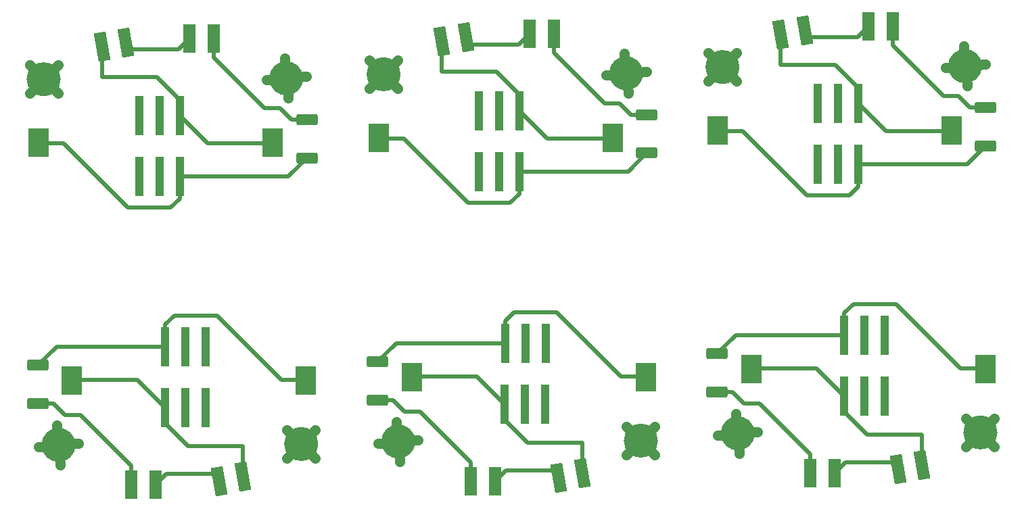
<source format=gbr>
%TF.GenerationSoftware,KiCad,Pcbnew,8.0.4*%
%TF.CreationDate,2024-08-25T22:48:33-07:00*%
%TF.ProjectId,SAOdumpsterfire-panel,53414f64-756d-4707-9374-657266697265,rev?*%
%TF.SameCoordinates,Original*%
%TF.FileFunction,Copper,L2,Bot*%
%TF.FilePolarity,Positive*%
%FSLAX46Y46*%
G04 Gerber Fmt 4.6, Leading zero omitted, Abs format (unit mm)*
G04 Created by KiCad (PCBNEW 8.0.4) date 2024-08-25 22:48:33*
%MOMM*%
%LPD*%
G01*
G04 APERTURE LIST*
G04 Aperture macros list*
%AMRoundRect*
0 Rectangle with rounded corners*
0 $1 Rounding radius*
0 $2 $3 $4 $5 $6 $7 $8 $9 X,Y pos of 4 corners*
0 Add a 4 corners polygon primitive as box body*
4,1,4,$2,$3,$4,$5,$6,$7,$8,$9,$2,$3,0*
0 Add four circle primitives for the rounded corners*
1,1,$1+$1,$2,$3*
1,1,$1+$1,$4,$5*
1,1,$1+$1,$6,$7*
1,1,$1+$1,$8,$9*
0 Add four rect primitives between the rounded corners*
20,1,$1+$1,$2,$3,$4,$5,0*
20,1,$1+$1,$4,$5,$6,$7,0*
20,1,$1+$1,$6,$7,$8,$9,0*
20,1,$1+$1,$8,$9,$2,$3,0*%
%AMRotRect*
0 Rectangle, with rotation*
0 The origin of the aperture is its center*
0 $1 length*
0 $2 width*
0 $3 Rotation angle, in degrees counterclockwise*
0 Add horizontal line*
21,1,$1,$2,0,0,$3*%
G04 Aperture macros list end*
%TA.AperFunction,NonConductor*%
%ADD10C,1.300000*%
%TD*%
%TA.AperFunction,NonConductor*%
%ADD11C,2.151374*%
%TD*%
%TA.AperFunction,NonConductor*%
%ADD12C,2.151367*%
%TD*%
%TA.AperFunction,NonConductor*%
%ADD13C,2.151372*%
%TD*%
%TA.AperFunction,NonConductor*%
%ADD14C,2.151370*%
%TD*%
%TA.AperFunction,SMDPad,CuDef*%
%ADD15RoundRect,0.249999X1.075001X-0.450001X1.075001X0.450001X-1.075001X0.450001X-1.075001X-0.450001X0*%
%TD*%
%TA.AperFunction,SMDPad,CuDef*%
%ADD16RotRect,1.500000X3.600000X10.000000*%
%TD*%
%TA.AperFunction,SMDPad,CuDef*%
%ADD17R,2.600000X3.600000*%
%TD*%
%TA.AperFunction,SMDPad,CuDef*%
%ADD18R,1.500000X3.600000*%
%TD*%
%TA.AperFunction,SMDPad,CuDef*%
%ADD19R,1.000000X5.000000*%
%TD*%
%TA.AperFunction,SMDPad,CuDef*%
%ADD20RotRect,1.500000X3.600000X190.000000*%
%TD*%
%TA.AperFunction,SMDPad,CuDef*%
%ADD21RoundRect,0.249999X-1.075001X0.450001X-1.075001X-0.450001X1.075001X-0.450001X1.075001X0.450001X0*%
%TD*%
%TA.AperFunction,Conductor*%
%ADD22C,0.500000*%
%TD*%
G04 APERTURE END LIST*
D10*
X204176607Y-122371606D02*
X200623389Y-118818391D01*
D11*
X203493363Y-120577323D02*
G75*
G02*
X201341989Y-120577323I-1075687J0D01*
G01*
X201341989Y-120577323D02*
G75*
G02*
X203493363Y-120577323I1075687J0D01*
G01*
D10*
X204176604Y-118818389D02*
X200623399Y-122371609D01*
D12*
X173125585Y-120692819D02*
G75*
G02*
X170974219Y-120692819I-1075683J0D01*
G01*
X170974219Y-120692819D02*
G75*
G02*
X173125585Y-120692819I1075683J0D01*
G01*
D10*
X172243983Y-123197939D02*
X171806021Y-118192061D01*
X174527938Y-120476023D02*
X169522062Y-120913982D01*
X161676607Y-123396606D02*
X158123389Y-119843391D01*
D11*
X160993363Y-121602323D02*
G75*
G02*
X158841989Y-121602323I-1075687J0D01*
G01*
X158841989Y-121602323D02*
G75*
G02*
X160993363Y-121602323I1075687J0D01*
G01*
D10*
X161676604Y-119843389D02*
X158123399Y-123396609D01*
D12*
X130625585Y-121717819D02*
G75*
G02*
X128474219Y-121717819I-1075683J0D01*
G01*
X128474219Y-121717819D02*
G75*
G02*
X130625585Y-121717819I1075683J0D01*
G01*
D10*
X129743983Y-124222939D02*
X129306021Y-119217061D01*
X132027938Y-121501023D02*
X127022062Y-121938982D01*
X119151607Y-123821606D02*
X115598389Y-120268391D01*
D11*
X118468363Y-122027323D02*
G75*
G02*
X116316989Y-122027323I-1075687J0D01*
G01*
X116316989Y-122027323D02*
G75*
G02*
X118468363Y-122027323I1075687J0D01*
G01*
D10*
X119151604Y-120268389D02*
X115598399Y-123821609D01*
X87218983Y-124647939D02*
X86781021Y-119642061D01*
X89502938Y-121926023D02*
X84497062Y-122363982D01*
D12*
X88100585Y-122142819D02*
G75*
G02*
X85949219Y-122142819I-1075683J0D01*
G01*
X85949219Y-122142819D02*
G75*
G02*
X88100585Y-122142819I1075683J0D01*
G01*
D10*
X83398393Y-74543394D02*
X86951607Y-78096605D01*
D13*
X86233009Y-76337676D02*
G75*
G02*
X84081637Y-76337676I-1075686J0D01*
G01*
X84081637Y-76337676D02*
G75*
G02*
X86233009Y-76337676I1075686J0D01*
G01*
D10*
X83398395Y-78096606D02*
X86951604Y-74543391D01*
X115331020Y-73717060D02*
X115768979Y-78722939D01*
X113047060Y-76438979D02*
X118052937Y-76001017D01*
D14*
X116600779Y-76222179D02*
G75*
G02*
X114449409Y-76222179I-1075685J0D01*
G01*
X114449409Y-76222179D02*
G75*
G02*
X116600779Y-76222179I1075685J0D01*
G01*
D10*
X125948393Y-73918394D02*
X129501607Y-77471605D01*
D13*
X128783009Y-75712676D02*
G75*
G02*
X126631637Y-75712676I-1075686J0D01*
G01*
X126631637Y-75712676D02*
G75*
G02*
X128783009Y-75712676I1075686J0D01*
G01*
D10*
X125948395Y-77471606D02*
X129501604Y-73918391D01*
X157881020Y-73092060D02*
X158318979Y-78097939D01*
X155597060Y-75813979D02*
X160602937Y-75376017D01*
D14*
X159150779Y-75597179D02*
G75*
G02*
X156999409Y-75597179I-1075685J0D01*
G01*
X156999409Y-75597179D02*
G75*
G02*
X159150779Y-75597179I1075685J0D01*
G01*
D10*
X168373393Y-73018394D02*
X171926607Y-76571605D01*
D13*
X171208009Y-74812676D02*
G75*
G02*
X169056637Y-74812676I-1075686J0D01*
G01*
X169056637Y-74812676D02*
G75*
G02*
X171208009Y-74812676I1075686J0D01*
G01*
D10*
X168373395Y-76571606D02*
X171926604Y-73018391D01*
X200306020Y-72192060D02*
X200743979Y-77197939D01*
X198022060Y-74913979D02*
X203027937Y-74476017D01*
D14*
X201575779Y-74697179D02*
G75*
G02*
X199424409Y-74697179I-1075685J0D01*
G01*
X199424409Y-74697179D02*
G75*
G02*
X201575779Y-74697179I1075685J0D01*
G01*
D15*
%TO.P,R1,1*%
%TO.N,N/C*%
X169475002Y-115520005D03*
%TO.P,R1,2*%
X169474998Y-110720001D03*
%TD*%
D16*
%TO.P,D1,1*%
%TO.N,N/C*%
X192123162Y-125209818D03*
%TO.P,D1,2*%
X195126834Y-124680188D03*
%TD*%
D17*
%TO.P,BT1,1,+*%
%TO.N,N/C*%
X173725002Y-112644996D03*
%TO.P,BT1,2,-*%
X203025002Y-112644996D03*
%TD*%
D18*
%TO.P,D2,1*%
%TO.N,N/C*%
X181124995Y-125644997D03*
%TO.P,D2,2*%
X184175003Y-125644997D03*
%TD*%
D19*
%TO.P,J2,1,VCC*%
%TO.N,N/C*%
X185369997Y-115989996D03*
%TO.P,J2,2,GND*%
X185400001Y-108389994D03*
%TO.P,J2,3,SDA*%
X187920002Y-116019998D03*
%TO.P,J2,4,SCL*%
X187939999Y-108389996D03*
%TO.P,J2,5,GPIO1*%
X190460002Y-116019995D03*
%TO.P,J2,6,GPIO2*%
X190480004Y-108389998D03*
%TD*%
D15*
%TO.P,R1,1*%
%TO.N,N/C*%
X126975002Y-116545005D03*
%TO.P,R1,2*%
X126974998Y-111745001D03*
%TD*%
D16*
%TO.P,D1,1*%
%TO.N,N/C*%
X149623162Y-126234818D03*
%TO.P,D1,2*%
X152626834Y-125705188D03*
%TD*%
D17*
%TO.P,BT1,1,+*%
%TO.N,N/C*%
X131225002Y-113669996D03*
%TO.P,BT1,2,-*%
X160525002Y-113669996D03*
%TD*%
D18*
%TO.P,D2,1*%
%TO.N,N/C*%
X138624995Y-126669997D03*
%TO.P,D2,2*%
X141675003Y-126669997D03*
%TD*%
D19*
%TO.P,J2,1,VCC*%
%TO.N,N/C*%
X142869997Y-117014996D03*
%TO.P,J2,2,GND*%
X142900001Y-109414994D03*
%TO.P,J2,3,SDA*%
X145420002Y-117044998D03*
%TO.P,J2,4,SCL*%
X145439999Y-109414996D03*
%TO.P,J2,5,GPIO1*%
X147960002Y-117044995D03*
%TO.P,J2,6,GPIO2*%
X147980004Y-109414998D03*
%TD*%
D16*
%TO.P,D1,1*%
%TO.N,N/C*%
X107098162Y-126659818D03*
%TO.P,D1,2*%
X110101834Y-126130188D03*
%TD*%
D18*
%TO.P,D2,1*%
%TO.N,N/C*%
X96099995Y-127094997D03*
%TO.P,D2,2*%
X99150003Y-127094997D03*
%TD*%
D19*
%TO.P,J2,1,VCC*%
%TO.N,N/C*%
X100344997Y-117439996D03*
%TO.P,J2,2,GND*%
X100375001Y-109839994D03*
%TO.P,J2,3,SDA*%
X102895002Y-117469998D03*
%TO.P,J2,4,SCL*%
X102914999Y-109839996D03*
%TO.P,J2,5,GPIO1*%
X105435002Y-117469995D03*
%TO.P,J2,6,GPIO2*%
X105455004Y-109839998D03*
%TD*%
D17*
%TO.P,BT1,1,+*%
%TO.N,N/C*%
X88700002Y-114094996D03*
%TO.P,BT1,2,-*%
X118000002Y-114094996D03*
%TD*%
D15*
%TO.P,R1,1*%
%TO.N,N/C*%
X84450002Y-116970005D03*
%TO.P,R1,2*%
X84449998Y-112170001D03*
%TD*%
D20*
%TO.P,D1,1*%
%TO.N,N/C*%
X95451832Y-71705187D03*
%TO.P,D1,2*%
X92448168Y-72234813D03*
%TD*%
D18*
%TO.P,D2,1*%
%TO.N,N/C*%
X106450000Y-71270000D03*
%TO.P,D2,2*%
X103400000Y-71270000D03*
%TD*%
D19*
%TO.P,J2,1,VCC*%
%TO.N,N/C*%
X102205000Y-80925000D03*
%TO.P,J2,2,GND*%
X102175000Y-88525000D03*
%TO.P,J2,3,SDA*%
X99655000Y-80895000D03*
%TO.P,J2,4,SCL*%
X99635000Y-88525000D03*
%TO.P,J2,5,GPIO1*%
X97115000Y-80895000D03*
%TO.P,J2,6,GPIO2*%
X97095000Y-88525000D03*
%TD*%
D17*
%TO.P,BT1,1,+*%
%TO.N,N/C*%
X113850000Y-84270000D03*
%TO.P,BT1,2,-*%
X84550000Y-84270000D03*
%TD*%
D21*
%TO.P,R1,1*%
%TO.N,N/C*%
X118099999Y-81394999D03*
%TO.P,R1,2*%
X118100001Y-86195001D03*
%TD*%
D20*
%TO.P,D1,1*%
%TO.N,N/C*%
X138001832Y-71080187D03*
%TO.P,D1,2*%
X134998168Y-71609813D03*
%TD*%
D18*
%TO.P,D2,1*%
%TO.N,N/C*%
X149000000Y-70645000D03*
%TO.P,D2,2*%
X145950000Y-70645000D03*
%TD*%
D19*
%TO.P,J2,1,VCC*%
%TO.N,N/C*%
X144755000Y-80300000D03*
%TO.P,J2,2,GND*%
X144725000Y-87900000D03*
%TO.P,J2,3,SDA*%
X142205000Y-80270000D03*
%TO.P,J2,4,SCL*%
X142185000Y-87900000D03*
%TO.P,J2,5,GPIO1*%
X139665000Y-80270000D03*
%TO.P,J2,6,GPIO2*%
X139645000Y-87900000D03*
%TD*%
D17*
%TO.P,BT1,1,+*%
%TO.N,N/C*%
X156400000Y-83645000D03*
%TO.P,BT1,2,-*%
X127100000Y-83645000D03*
%TD*%
D21*
%TO.P,R1,1*%
%TO.N,N/C*%
X160649999Y-80769999D03*
%TO.P,R1,2*%
X160650001Y-85570001D03*
%TD*%
D20*
%TO.P,D1,1*%
%TO.N,N/C*%
X180426832Y-70180187D03*
%TO.P,D1,2*%
X177423168Y-70709813D03*
%TD*%
D18*
%TO.P,D2,1*%
%TO.N,N/C*%
X191425000Y-69745000D03*
%TO.P,D2,2*%
X188375000Y-69745000D03*
%TD*%
D19*
%TO.P,J2,1,VCC*%
%TO.N,N/C*%
X187180000Y-79400000D03*
%TO.P,J2,2,GND*%
X187150000Y-87000000D03*
%TO.P,J2,3,SDA*%
X184630000Y-79370000D03*
%TO.P,J2,4,SCL*%
X184610000Y-87000000D03*
%TO.P,J2,5,GPIO1*%
X182090000Y-79370000D03*
%TO.P,J2,6,GPIO2*%
X182070000Y-87000000D03*
%TD*%
D17*
%TO.P,BT1,1,+*%
%TO.N,N/C*%
X198825000Y-82745000D03*
%TO.P,BT1,2,-*%
X169525000Y-82745000D03*
%TD*%
D21*
%TO.P,R1,1*%
%TO.N,N/C*%
X203074999Y-79869999D03*
%TO.P,R1,2*%
X203075001Y-84670001D03*
%TD*%
D22*
%TO.N,*%
X202499997Y-112519998D02*
X199924999Y-112519998D01*
X188249999Y-120870001D02*
X185370000Y-117990000D01*
X181900003Y-112520000D02*
X185370000Y-115989998D01*
X171804999Y-108390001D02*
X185400002Y-108389999D01*
X184174998Y-125645002D02*
X185524999Y-124295002D01*
X171425001Y-115520001D02*
X172849996Y-116944998D01*
X169474998Y-115520003D02*
X171425001Y-115520001D01*
X181125000Y-123294997D02*
X181125003Y-125645004D01*
X195128660Y-120869997D02*
X188249999Y-120870001D01*
X185370000Y-117990000D02*
X185370000Y-115989998D01*
X173199998Y-112519997D02*
X181900003Y-112520000D01*
X185399999Y-105619999D02*
X185400002Y-108389999D01*
X195128662Y-124565371D02*
X195128660Y-120869997D01*
X186550000Y-104470000D02*
X185399999Y-105619999D01*
X191874997Y-104470000D02*
X186550000Y-104470000D01*
X174775001Y-116945003D02*
X181125000Y-123294997D01*
X191324996Y-124295003D02*
X192124999Y-125094997D01*
X169475003Y-110719996D02*
X171804999Y-108390001D01*
X172849996Y-116944998D02*
X174775001Y-116945003D01*
X185524999Y-124295002D02*
X191324996Y-124295003D01*
X199924999Y-112519998D02*
X191874997Y-104470000D01*
X159999997Y-113544998D02*
X157424999Y-113544998D01*
X145749999Y-121895001D02*
X142870000Y-119015000D01*
X139400003Y-113545000D02*
X142870000Y-117014998D01*
X129304999Y-109415001D02*
X142900002Y-109414999D01*
X141674998Y-126670002D02*
X143024999Y-125320002D01*
X128925001Y-116545001D02*
X130349996Y-117969998D01*
X126974998Y-116545003D02*
X128925001Y-116545001D01*
X138625000Y-124319997D02*
X138625003Y-126670004D01*
X152628660Y-121894997D02*
X145749999Y-121895001D01*
X142870000Y-119015000D02*
X142870000Y-117014998D01*
X130699998Y-113544997D02*
X139400003Y-113545000D01*
X142899999Y-106644999D02*
X142900002Y-109414999D01*
X152628662Y-125590371D02*
X152628660Y-121894997D01*
X144050000Y-105495000D02*
X142899999Y-106644999D01*
X149374997Y-105495000D02*
X144050000Y-105495000D01*
X132275001Y-117970003D02*
X138625000Y-124319997D01*
X148824996Y-125320003D02*
X149624999Y-126119997D01*
X126975003Y-111744996D02*
X129304999Y-109415001D01*
X130349996Y-117969998D02*
X132275001Y-117970003D01*
X143024999Y-125320002D02*
X148824996Y-125320003D01*
X157424999Y-113544998D02*
X149374997Y-105495000D01*
X117474997Y-113969998D02*
X114899999Y-113969998D01*
X103224999Y-122320001D02*
X100345000Y-119440000D01*
X96875003Y-113970000D02*
X100345000Y-117439998D01*
X86779999Y-109840001D02*
X100375002Y-109839999D01*
X99149998Y-127095002D02*
X100499999Y-125745002D01*
X86400001Y-116970001D02*
X87824996Y-118394998D01*
X84449998Y-116970003D02*
X86400001Y-116970001D01*
X96100000Y-124744997D02*
X96100003Y-127095004D01*
X110103660Y-122319997D02*
X103224999Y-122320001D01*
X100345000Y-119440000D02*
X100345000Y-117439998D01*
X88174998Y-113969997D02*
X96875003Y-113970000D01*
X100374999Y-107069999D02*
X100375002Y-109839999D01*
X110103662Y-126015371D02*
X110103660Y-122319997D01*
X101525000Y-105920000D02*
X100374999Y-107069999D01*
X106849997Y-105920000D02*
X101525000Y-105920000D01*
X89750001Y-118395003D02*
X96100000Y-124744997D01*
X106299996Y-125745003D02*
X107099999Y-126544997D01*
X84450003Y-112169996D02*
X86779999Y-109840001D01*
X87824996Y-118394998D02*
X89750001Y-118395003D01*
X100499999Y-125745002D02*
X106299996Y-125745003D01*
X114899999Y-113969998D02*
X106849997Y-105920000D01*
X85075000Y-84395000D02*
X87650000Y-84395000D01*
X99325000Y-76045000D02*
X102205000Y-78925000D01*
X105675000Y-84395000D02*
X102205000Y-80925000D01*
X115770002Y-88525000D02*
X102175000Y-88525000D01*
X103400000Y-71270000D02*
X102050000Y-72620000D01*
X116149999Y-81394999D02*
X114725000Y-79970000D01*
X118099999Y-81394999D02*
X116149999Y-81394999D01*
X106450000Y-73620000D02*
X106450000Y-71270000D01*
X92446336Y-76045000D02*
X99325000Y-76045000D01*
X102205000Y-78925000D02*
X102205000Y-80925000D01*
X114375000Y-84395000D02*
X105675000Y-84395000D01*
X102175000Y-91295000D02*
X102175000Y-88525000D01*
X92446336Y-72349628D02*
X92446336Y-76045000D01*
X101025000Y-92445000D02*
X102175000Y-91295000D01*
X95700000Y-92445000D02*
X101025000Y-92445000D01*
X112800000Y-79970000D02*
X106450000Y-73620000D01*
X96250000Y-72620000D02*
X95450000Y-71820000D01*
X118100001Y-86195001D02*
X115770002Y-88525000D01*
X114725000Y-79970000D02*
X112800000Y-79970000D01*
X102050000Y-72620000D02*
X96250000Y-72620000D01*
X87650000Y-84395000D02*
X95700000Y-92445000D01*
X127625000Y-83770000D02*
X130200000Y-83770000D01*
X141875000Y-75420000D02*
X144755000Y-78300000D01*
X148225000Y-83770000D02*
X144755000Y-80300000D01*
X158320002Y-87900000D02*
X144725000Y-87900000D01*
X145950000Y-70645000D02*
X144600000Y-71995000D01*
X158699999Y-80769999D02*
X157275000Y-79345000D01*
X160649999Y-80769999D02*
X158699999Y-80769999D01*
X149000000Y-72995000D02*
X149000000Y-70645000D01*
X134996336Y-75420000D02*
X141875000Y-75420000D01*
X144755000Y-78300000D02*
X144755000Y-80300000D01*
X156925000Y-83770000D02*
X148225000Y-83770000D01*
X144725000Y-90670000D02*
X144725000Y-87900000D01*
X134996336Y-71724628D02*
X134996336Y-75420000D01*
X143575000Y-91820000D02*
X144725000Y-90670000D01*
X138250000Y-91820000D02*
X143575000Y-91820000D01*
X155350000Y-79345000D02*
X149000000Y-72995000D01*
X138800000Y-71995000D02*
X138000000Y-71195000D01*
X160650001Y-85570001D02*
X158320002Y-87900000D01*
X157275000Y-79345000D02*
X155350000Y-79345000D01*
X144600000Y-71995000D02*
X138800000Y-71995000D01*
X130200000Y-83770000D02*
X138250000Y-91820000D01*
X170050000Y-82870000D02*
X172625000Y-82870000D01*
X184300000Y-74520000D02*
X187180000Y-77400000D01*
X190650000Y-82870000D02*
X187180000Y-79400000D01*
X200745002Y-87000000D02*
X187150000Y-87000000D01*
X188375000Y-69745000D02*
X187025000Y-71095000D01*
X201124999Y-79869999D02*
X199700000Y-78445000D01*
X203074999Y-79869999D02*
X201124999Y-79869999D01*
X191425000Y-72095000D02*
X191425000Y-69745000D01*
X177421336Y-74520000D02*
X184300000Y-74520000D01*
X187180000Y-77400000D02*
X187180000Y-79400000D01*
X199350000Y-82870000D02*
X190650000Y-82870000D01*
X187150000Y-89770000D02*
X187150000Y-87000000D01*
X177421336Y-70824628D02*
X177421336Y-74520000D01*
X186000000Y-90920000D02*
X187150000Y-89770000D01*
X180675000Y-90920000D02*
X186000000Y-90920000D01*
X197775000Y-78445000D02*
X191425000Y-72095000D01*
X181225000Y-71095000D02*
X180425000Y-70295000D01*
X203075001Y-84670001D02*
X200745002Y-87000000D01*
X199700000Y-78445000D02*
X197775000Y-78445000D01*
X187025000Y-71095000D02*
X181225000Y-71095000D01*
X172625000Y-82870000D02*
X180675000Y-90920000D01*
%TD*%
M02*

</source>
